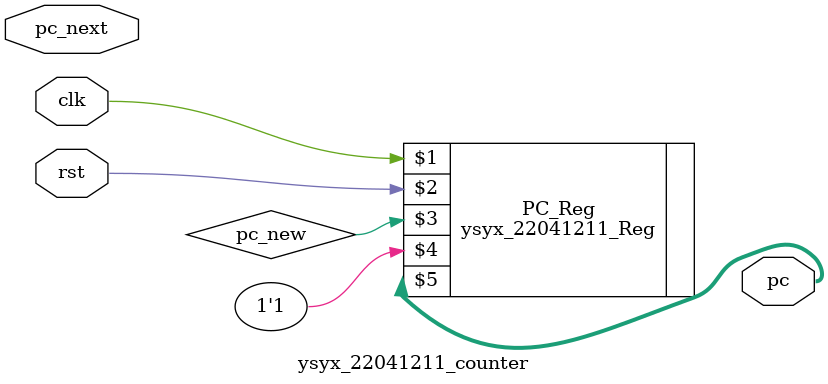
<source format=v>
/*************************************************************************
	> File Name: ysyx_22041211_counter.v
	> Author: Chelsea
	> Mail: 1938166340@qq.com 
	> Created Time: 2023年08月05日 星期六 22时12分23秒
 ************************************************************************/

module ysyx_22041211_counter #(parameter ADDR_LEN = 32,RESET_VAL = 32'h80000000)(
	input								clk		,
	input								rst		,
	input	[ADDR_LEN - 1:0]			pc_next	,
	output	[ADDR_LEN - 1:0]			pc
);
	ysyx_22041211_Reg #(ADDR_LEN, RESET_VAL) PC_Reg (clk,rst,pc_new,1'b1,pc);

endmodule

</source>
